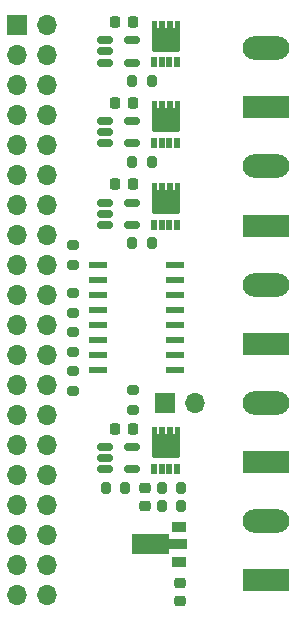
<source format=gbr>
%TF.GenerationSoftware,KiCad,Pcbnew,(6.0.9)*%
%TF.CreationDate,2022-11-25T17:08:00+01:00*%
%TF.ProjectId,gpio_isolated_switches,6770696f-5f69-4736-9f6c-617465645f73,rev?*%
%TF.SameCoordinates,Original*%
%TF.FileFunction,Soldermask,Bot*%
%TF.FilePolarity,Negative*%
%FSLAX46Y46*%
G04 Gerber Fmt 4.6, Leading zero omitted, Abs format (unit mm)*
G04 Created by KiCad (PCBNEW (6.0.9)) date 2022-11-25 17:08:00*
%MOMM*%
%LPD*%
G01*
G04 APERTURE LIST*
G04 Aperture macros list*
%AMRoundRect*
0 Rectangle with rounded corners*
0 $1 Rounding radius*
0 $2 $3 $4 $5 $6 $7 $8 $9 X,Y pos of 4 corners*
0 Add a 4 corners polygon primitive as box body*
4,1,4,$2,$3,$4,$5,$6,$7,$8,$9,$2,$3,0*
0 Add four circle primitives for the rounded corners*
1,1,$1+$1,$2,$3*
1,1,$1+$1,$4,$5*
1,1,$1+$1,$6,$7*
1,1,$1+$1,$8,$9*
0 Add four rect primitives between the rounded corners*
20,1,$1+$1,$2,$3,$4,$5,0*
20,1,$1+$1,$4,$5,$6,$7,0*
20,1,$1+$1,$6,$7,$8,$9,0*
20,1,$1+$1,$8,$9,$2,$3,0*%
%AMFreePoly0*
4,1,43,1.580355,1.210355,1.595000,1.175000,1.595000,0.775000,1.580355,0.739645,1.545000,0.725000,0.975000,0.725000,0.975000,0.575000,1.545000,0.575000,1.580355,0.560355,1.595000,0.525000,1.595000,0.125000,1.580355,0.089645,1.545000,0.075000,0.975000,0.075000,0.975000,-0.075000,1.545000,-0.075000,1.580355,-0.089645,1.595000,-0.125000,1.595000,-0.525000,1.580355,-0.560355,
1.545000,-0.575000,0.975000,-0.575000,0.975000,-0.725000,1.545000,-0.725000,1.580355,-0.739645,1.595000,-0.775000,1.595000,-1.175000,1.580355,-1.210355,1.545000,-1.225000,0.925000,-1.225000,0.889645,-1.210355,0.875000,-1.175000,-0.925000,-1.175000,-0.960355,-1.160355,-0.975000,-1.125000,-0.975000,1.125000,-0.960355,1.160355,-0.925000,1.175000,0.875000,1.175000,0.889645,1.210355,
0.925000,1.225000,1.545000,1.225000,1.580355,1.210355,1.580355,1.210355,$1*%
%AMFreePoly1*
4,1,9,3.862500,-0.866500,0.737500,-0.866500,0.737500,-0.450000,-0.737500,-0.450000,-0.737500,0.450000,0.737500,0.450000,0.737500,0.866500,3.862500,0.866500,3.862500,-0.866500,3.862500,-0.866500,$1*%
G04 Aperture macros list end*
%ADD10R,3.960000X1.980000*%
%ADD11O,3.960000X1.980000*%
%ADD12R,1.700000X1.700000*%
%ADD13O,1.700000X1.700000*%
%ADD14RoundRect,0.050000X0.200000X-0.415000X0.200000X0.415000X-0.200000X0.415000X-0.200000X-0.415000X0*%
%ADD15FreePoly0,90.000000*%
%ADD16RoundRect,0.200000X-0.275000X0.200000X-0.275000X-0.200000X0.275000X-0.200000X0.275000X0.200000X0*%
%ADD17R,1.300000X0.900000*%
%ADD18FreePoly1,180.000000*%
%ADD19RoundRect,0.137500X-0.662500X-0.137500X0.662500X-0.137500X0.662500X0.137500X-0.662500X0.137500X0*%
%ADD20RoundRect,0.225000X-0.225000X-0.250000X0.225000X-0.250000X0.225000X0.250000X-0.225000X0.250000X0*%
%ADD21RoundRect,0.150000X-0.512500X-0.150000X0.512500X-0.150000X0.512500X0.150000X-0.512500X0.150000X0*%
%ADD22RoundRect,0.200000X0.275000X-0.200000X0.275000X0.200000X-0.275000X0.200000X-0.275000X-0.200000X0*%
%ADD23RoundRect,0.225000X0.250000X-0.225000X0.250000X0.225000X-0.250000X0.225000X-0.250000X-0.225000X0*%
%ADD24RoundRect,0.200000X-0.200000X-0.275000X0.200000X-0.275000X0.200000X0.275000X-0.200000X0.275000X0*%
%ADD25RoundRect,0.200000X0.200000X0.275000X-0.200000X0.275000X-0.200000X-0.275000X0.200000X-0.275000X0*%
%ADD26RoundRect,0.225000X-0.250000X0.225000X-0.250000X-0.225000X0.250000X-0.225000X0.250000X0.225000X0*%
G04 APERTURE END LIST*
D10*
%TO.C,J6*%
X105500000Y-91500000D03*
D11*
X105500000Y-86500000D03*
%TD*%
D10*
%TO.C,J1*%
X105500000Y-81500000D03*
D11*
X105500000Y-76500000D03*
%TD*%
D10*
%TO.C,J3*%
X105500000Y-61495000D03*
D11*
X105500000Y-56495000D03*
%TD*%
D10*
%TO.C,J2*%
X105500000Y-71500000D03*
D11*
X105500000Y-66500000D03*
%TD*%
D12*
%TO.C,J7*%
X96975000Y-76500000D03*
D13*
X99515000Y-76500000D03*
%TD*%
D10*
%TO.C,J4*%
X105500000Y-51500000D03*
D11*
X105500000Y-46500000D03*
%TD*%
D14*
%TO.C,Q1*%
X97975000Y-82140000D03*
X97325000Y-82140000D03*
X96675000Y-82140000D03*
X96025000Y-82140000D03*
D15*
X97000000Y-80200000D03*
%TD*%
D16*
%TO.C,R12*%
X94250000Y-75425000D03*
X94250000Y-77075000D03*
%TD*%
D14*
%TO.C,Q2*%
X97975000Y-61440000D03*
X97325000Y-61440000D03*
X96675000Y-61440000D03*
X96025000Y-61440000D03*
D15*
X97000000Y-59500000D03*
%TD*%
D14*
%TO.C,Q3*%
X97975000Y-54535000D03*
X97325000Y-54535000D03*
X96675000Y-54535000D03*
X96025000Y-54535000D03*
D15*
X97000000Y-52595000D03*
%TD*%
D17*
%TO.C,U6*%
X98150000Y-87000000D03*
D18*
X98062500Y-88500000D03*
D17*
X98150000Y-90000000D03*
%TD*%
D19*
%TO.C,U1*%
X91270000Y-73695000D03*
X91270000Y-72425000D03*
X91270000Y-71155000D03*
X91270000Y-69885000D03*
X91270000Y-68615000D03*
X91270000Y-67345000D03*
X91270000Y-66075000D03*
X91270000Y-64805000D03*
X97770000Y-64805000D03*
X97770000Y-66075000D03*
X97770000Y-67345000D03*
X97770000Y-68615000D03*
X97770000Y-69885000D03*
X97770000Y-71155000D03*
X97770000Y-72425000D03*
X97770000Y-73695000D03*
%TD*%
D20*
%TO.C,C3*%
X92725000Y-51095000D03*
X94275000Y-51095000D03*
%TD*%
D21*
%TO.C,U5*%
X91862500Y-47700000D03*
X91862500Y-46750000D03*
X91862500Y-45800000D03*
X94137500Y-45800000D03*
X94137500Y-47700000D03*
%TD*%
D14*
%TO.C,Q4*%
X97975000Y-47690000D03*
X97325000Y-47690000D03*
X96675000Y-47690000D03*
X96025000Y-47690000D03*
D15*
X97000000Y-45750000D03*
%TD*%
D21*
%TO.C,U4*%
X91862500Y-54545000D03*
X91862500Y-53595000D03*
X91862500Y-52645000D03*
X94137500Y-52645000D03*
X94137500Y-54545000D03*
%TD*%
D22*
%TO.C,R2*%
X89154000Y-72199000D03*
X89154000Y-70549000D03*
%TD*%
D23*
%TO.C,C6*%
X95250000Y-85275000D03*
X95250000Y-83725000D03*
%TD*%
D21*
%TO.C,U3*%
X91862500Y-61450000D03*
X91862500Y-60500000D03*
X91862500Y-59550000D03*
X94137500Y-59550000D03*
X94137500Y-61450000D03*
%TD*%
D20*
%TO.C,C2*%
X92725000Y-58000000D03*
X94275000Y-58000000D03*
%TD*%
D24*
%TO.C,R7*%
X94175000Y-56095000D03*
X95825000Y-56095000D03*
%TD*%
D25*
%TO.C,R9*%
X98325000Y-85250000D03*
X96675000Y-85250000D03*
%TD*%
D20*
%TO.C,C4*%
X92725000Y-44250000D03*
X94275000Y-44250000D03*
%TD*%
D24*
%TO.C,R5*%
X91925000Y-83700000D03*
X93575000Y-83700000D03*
%TD*%
D12*
%TO.C,J5*%
X84435000Y-44480000D03*
D13*
X86975000Y-44480000D03*
X84435000Y-47020000D03*
X86975000Y-47020000D03*
X84435000Y-49560000D03*
X86975000Y-49560000D03*
X84435000Y-52100000D03*
X86975000Y-52100000D03*
X84435000Y-54640000D03*
X86975000Y-54640000D03*
X84435000Y-57180000D03*
X86975000Y-57180000D03*
X84435000Y-59720000D03*
X86975000Y-59720000D03*
X84435000Y-62260000D03*
X86975000Y-62260000D03*
X84435000Y-64800000D03*
X86975000Y-64800000D03*
X84435000Y-67340000D03*
X86975000Y-67340000D03*
X84435000Y-69880000D03*
X86975000Y-69880000D03*
X84435000Y-72420000D03*
X86975000Y-72420000D03*
X84435000Y-74960000D03*
X86975000Y-74960000D03*
X84435000Y-77500000D03*
X86975000Y-77500000D03*
X84435000Y-80040000D03*
X86975000Y-80040000D03*
X84435000Y-82580000D03*
X86975000Y-82580000D03*
X84435000Y-85120000D03*
X86975000Y-85120000D03*
X84435000Y-87660000D03*
X86975000Y-87660000D03*
X84435000Y-90200000D03*
X86975000Y-90200000D03*
X84435000Y-92740000D03*
X86975000Y-92740000D03*
%TD*%
D16*
%TO.C,R4*%
X89154000Y-63183000D03*
X89154000Y-64833000D03*
%TD*%
D21*
%TO.C,U2*%
X91862500Y-82150000D03*
X91862500Y-81200000D03*
X91862500Y-80250000D03*
X94137500Y-80250000D03*
X94137500Y-82150000D03*
%TD*%
D24*
%TO.C,R8*%
X94175000Y-49250000D03*
X95825000Y-49250000D03*
%TD*%
D20*
%TO.C,C1*%
X92725000Y-78700000D03*
X94275000Y-78700000D03*
%TD*%
D22*
%TO.C,R1*%
X89154000Y-75501000D03*
X89154000Y-73851000D03*
%TD*%
%TO.C,R3*%
X89154000Y-68897000D03*
X89154000Y-67247000D03*
%TD*%
D24*
%TO.C,R10*%
X96675000Y-83750000D03*
X98325000Y-83750000D03*
%TD*%
%TO.C,R6*%
X94175000Y-63000000D03*
X95825000Y-63000000D03*
%TD*%
D26*
%TO.C,C5*%
X98250000Y-91725000D03*
X98250000Y-93275000D03*
%TD*%
M02*

</source>
